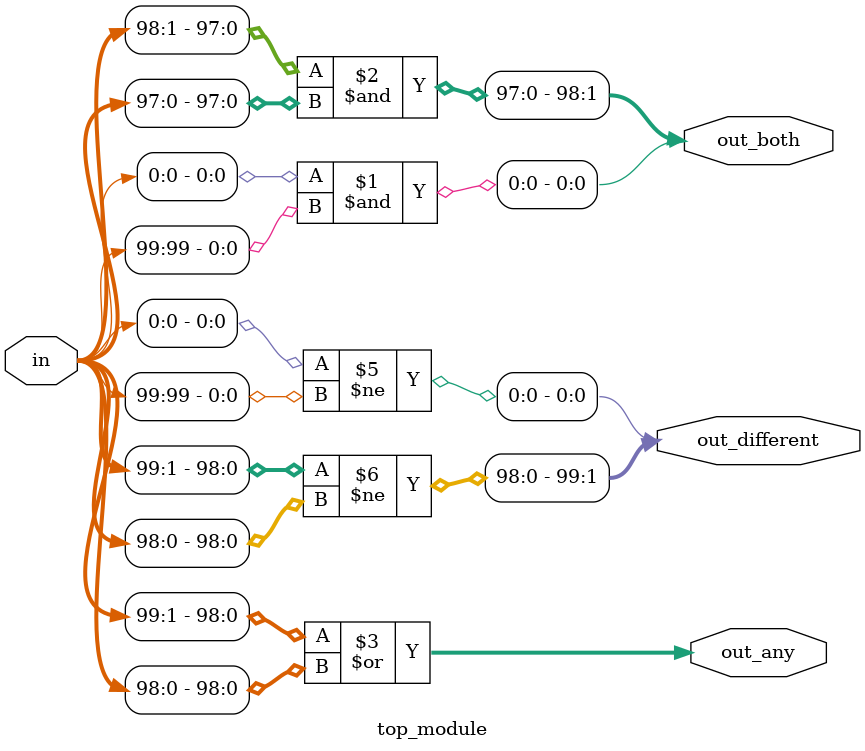
<source format=sv>
module top_module (
    input [99:0] in,
    output [98:0] out_both,
    output [99:1] out_any,
    output [99:0] out_different
);

// Assigning values for out_both
assign out_both[0] = (in[0] & in[99]);
assign out_both[1:98] = (in[1:98] & in[0:97]);

// Assigning values for out_any
assign out_any[1:99] = (in[1:99] | in[0:98]);
assign out_any[0] = (in[0] | in[99]);

// Assigning values for out_different
assign out_different[0] = (in[0] != in[99]);
assign out_different[1:99] = (in[1:99] != in[0:98]);
endmodule

</source>
